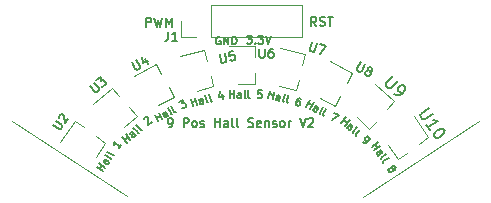
<source format=gbr>
G04 #@! TF.GenerationSoftware,KiCad,Pcbnew,(5.1.5)-3*
G04 #@! TF.CreationDate,2021-02-16T09:18:19-06:00*
G04 #@! TF.ProjectId,HallSensorSMD_9_Pos,48616c6c-5365-46e7-936f-72534d445f39,rev?*
G04 #@! TF.SameCoordinates,Original*
G04 #@! TF.FileFunction,Legend,Top*
G04 #@! TF.FilePolarity,Positive*
%FSLAX46Y46*%
G04 Gerber Fmt 4.6, Leading zero omitted, Abs format (unit mm)*
G04 Created by KiCad (PCBNEW (5.1.5)-3) date 2021-02-16 09:18:19*
%MOMM*%
%LPD*%
G04 APERTURE LIST*
%ADD10C,0.120000*%
%ADD11C,0.139700*%
%ADD12C,0.133350*%
%ADD13C,0.150000*%
%ADD14C,0.127000*%
G04 APERTURE END LIST*
D10*
X119950000Y-63100000D02*
X110250000Y-56750000D01*
X139900000Y-63200000D02*
X149750000Y-56750000D01*
D11*
X123469400Y-57240714D02*
X123614542Y-57240714D01*
X123687114Y-57204428D01*
X123723400Y-57168142D01*
X123795971Y-57059285D01*
X123832257Y-56914142D01*
X123832257Y-56623857D01*
X123795971Y-56551285D01*
X123759685Y-56515000D01*
X123687114Y-56478714D01*
X123541971Y-56478714D01*
X123469400Y-56515000D01*
X123433114Y-56551285D01*
X123396828Y-56623857D01*
X123396828Y-56805285D01*
X123433114Y-56877857D01*
X123469400Y-56914142D01*
X123541971Y-56950428D01*
X123687114Y-56950428D01*
X123759685Y-56914142D01*
X123795971Y-56877857D01*
X123832257Y-56805285D01*
X124739400Y-57240714D02*
X124739400Y-56478714D01*
X125029685Y-56478714D01*
X125102257Y-56515000D01*
X125138542Y-56551285D01*
X125174828Y-56623857D01*
X125174828Y-56732714D01*
X125138542Y-56805285D01*
X125102257Y-56841571D01*
X125029685Y-56877857D01*
X124739400Y-56877857D01*
X125610257Y-57240714D02*
X125537685Y-57204428D01*
X125501400Y-57168142D01*
X125465114Y-57095571D01*
X125465114Y-56877857D01*
X125501400Y-56805285D01*
X125537685Y-56769000D01*
X125610257Y-56732714D01*
X125719114Y-56732714D01*
X125791685Y-56769000D01*
X125827971Y-56805285D01*
X125864257Y-56877857D01*
X125864257Y-57095571D01*
X125827971Y-57168142D01*
X125791685Y-57204428D01*
X125719114Y-57240714D01*
X125610257Y-57240714D01*
X126154542Y-57204428D02*
X126227114Y-57240714D01*
X126372257Y-57240714D01*
X126444828Y-57204428D01*
X126481114Y-57131857D01*
X126481114Y-57095571D01*
X126444828Y-57023000D01*
X126372257Y-56986714D01*
X126263400Y-56986714D01*
X126190828Y-56950428D01*
X126154542Y-56877857D01*
X126154542Y-56841571D01*
X126190828Y-56769000D01*
X126263400Y-56732714D01*
X126372257Y-56732714D01*
X126444828Y-56769000D01*
X127388257Y-57240714D02*
X127388257Y-56478714D01*
X127388257Y-56841571D02*
X127823685Y-56841571D01*
X127823685Y-57240714D02*
X127823685Y-56478714D01*
X128513114Y-57240714D02*
X128513114Y-56841571D01*
X128476828Y-56769000D01*
X128404257Y-56732714D01*
X128259114Y-56732714D01*
X128186542Y-56769000D01*
X128513114Y-57204428D02*
X128440542Y-57240714D01*
X128259114Y-57240714D01*
X128186542Y-57204428D01*
X128150257Y-57131857D01*
X128150257Y-57059285D01*
X128186542Y-56986714D01*
X128259114Y-56950428D01*
X128440542Y-56950428D01*
X128513114Y-56914142D01*
X128984828Y-57240714D02*
X128912257Y-57204428D01*
X128875971Y-57131857D01*
X128875971Y-56478714D01*
X129383971Y-57240714D02*
X129311400Y-57204428D01*
X129275114Y-57131857D01*
X129275114Y-56478714D01*
X130218542Y-57204428D02*
X130327400Y-57240714D01*
X130508828Y-57240714D01*
X130581400Y-57204428D01*
X130617685Y-57168142D01*
X130653971Y-57095571D01*
X130653971Y-57023000D01*
X130617685Y-56950428D01*
X130581400Y-56914142D01*
X130508828Y-56877857D01*
X130363685Y-56841571D01*
X130291114Y-56805285D01*
X130254828Y-56769000D01*
X130218542Y-56696428D01*
X130218542Y-56623857D01*
X130254828Y-56551285D01*
X130291114Y-56515000D01*
X130363685Y-56478714D01*
X130545114Y-56478714D01*
X130653971Y-56515000D01*
X131270828Y-57204428D02*
X131198257Y-57240714D01*
X131053114Y-57240714D01*
X130980542Y-57204428D01*
X130944257Y-57131857D01*
X130944257Y-56841571D01*
X130980542Y-56769000D01*
X131053114Y-56732714D01*
X131198257Y-56732714D01*
X131270828Y-56769000D01*
X131307114Y-56841571D01*
X131307114Y-56914142D01*
X130944257Y-56986714D01*
X131633685Y-56732714D02*
X131633685Y-57240714D01*
X131633685Y-56805285D02*
X131669971Y-56769000D01*
X131742542Y-56732714D01*
X131851400Y-56732714D01*
X131923971Y-56769000D01*
X131960257Y-56841571D01*
X131960257Y-57240714D01*
X132286828Y-57204428D02*
X132359400Y-57240714D01*
X132504542Y-57240714D01*
X132577114Y-57204428D01*
X132613400Y-57131857D01*
X132613400Y-57095571D01*
X132577114Y-57023000D01*
X132504542Y-56986714D01*
X132395685Y-56986714D01*
X132323114Y-56950428D01*
X132286828Y-56877857D01*
X132286828Y-56841571D01*
X132323114Y-56769000D01*
X132395685Y-56732714D01*
X132504542Y-56732714D01*
X132577114Y-56769000D01*
X133048828Y-57240714D02*
X132976257Y-57204428D01*
X132939971Y-57168142D01*
X132903685Y-57095571D01*
X132903685Y-56877857D01*
X132939971Y-56805285D01*
X132976257Y-56769000D01*
X133048828Y-56732714D01*
X133157685Y-56732714D01*
X133230257Y-56769000D01*
X133266542Y-56805285D01*
X133302828Y-56877857D01*
X133302828Y-57095571D01*
X133266542Y-57168142D01*
X133230257Y-57204428D01*
X133157685Y-57240714D01*
X133048828Y-57240714D01*
X133629400Y-57240714D02*
X133629400Y-56732714D01*
X133629400Y-56877857D02*
X133665685Y-56805285D01*
X133701971Y-56769000D01*
X133774542Y-56732714D01*
X133847114Y-56732714D01*
X134572828Y-56478714D02*
X134826828Y-57240714D01*
X135080828Y-56478714D01*
X135298542Y-56551285D02*
X135334828Y-56515000D01*
X135407400Y-56478714D01*
X135588828Y-56478714D01*
X135661400Y-56515000D01*
X135697685Y-56551285D01*
X135733971Y-56623857D01*
X135733971Y-56696428D01*
X135697685Y-56805285D01*
X135262257Y-57240714D01*
X135733971Y-57240714D01*
D12*
X127846838Y-49619800D02*
X127783942Y-49588352D01*
X127689600Y-49588352D01*
X127595257Y-49619800D01*
X127532361Y-49682695D01*
X127500914Y-49745590D01*
X127469466Y-49871380D01*
X127469466Y-49965723D01*
X127500914Y-50091514D01*
X127532361Y-50154409D01*
X127595257Y-50217304D01*
X127689600Y-50248752D01*
X127752495Y-50248752D01*
X127846838Y-50217304D01*
X127878285Y-50185857D01*
X127878285Y-49965723D01*
X127752495Y-49965723D01*
X128161314Y-50248752D02*
X128161314Y-49588352D01*
X128538685Y-50248752D01*
X128538685Y-49588352D01*
X128853161Y-50248752D02*
X128853161Y-49588352D01*
X129010400Y-49588352D01*
X129104742Y-49619800D01*
X129167638Y-49682695D01*
X129199085Y-49745590D01*
X129230533Y-49871380D01*
X129230533Y-49965723D01*
X129199085Y-50091514D01*
X129167638Y-50154409D01*
X129104742Y-50217304D01*
X129010400Y-50248752D01*
X128853161Y-50248752D01*
X130087628Y-49499442D02*
X130512171Y-49499442D01*
X130283571Y-49760700D01*
X130381542Y-49760700D01*
X130446857Y-49793357D01*
X130479514Y-49826014D01*
X130512171Y-49891328D01*
X130512171Y-50054614D01*
X130479514Y-50119928D01*
X130446857Y-50152585D01*
X130381542Y-50185242D01*
X130185600Y-50185242D01*
X130120285Y-50152585D01*
X130087628Y-50119928D01*
X130806085Y-50119928D02*
X130838742Y-50152585D01*
X130806085Y-50185242D01*
X130773428Y-50152585D01*
X130806085Y-50119928D01*
X130806085Y-50185242D01*
X131067342Y-49499442D02*
X131491885Y-49499442D01*
X131263285Y-49760700D01*
X131361257Y-49760700D01*
X131426571Y-49793357D01*
X131459228Y-49826014D01*
X131491885Y-49891328D01*
X131491885Y-50054614D01*
X131459228Y-50119928D01*
X131426571Y-50152585D01*
X131361257Y-50185242D01*
X131165314Y-50185242D01*
X131100000Y-50152585D01*
X131067342Y-50119928D01*
X131687828Y-49499442D02*
X131916428Y-50185242D01*
X132145028Y-49499442D01*
D11*
X135993414Y-48668214D02*
X135739414Y-48305357D01*
X135557985Y-48668214D02*
X135557985Y-47906214D01*
X135848271Y-47906214D01*
X135920842Y-47942500D01*
X135957128Y-47978785D01*
X135993414Y-48051357D01*
X135993414Y-48160214D01*
X135957128Y-48232785D01*
X135920842Y-48269071D01*
X135848271Y-48305357D01*
X135557985Y-48305357D01*
X136283700Y-48631928D02*
X136392557Y-48668214D01*
X136573985Y-48668214D01*
X136646557Y-48631928D01*
X136682842Y-48595642D01*
X136719128Y-48523071D01*
X136719128Y-48450500D01*
X136682842Y-48377928D01*
X136646557Y-48341642D01*
X136573985Y-48305357D01*
X136428842Y-48269071D01*
X136356271Y-48232785D01*
X136319985Y-48196500D01*
X136283700Y-48123928D01*
X136283700Y-48051357D01*
X136319985Y-47978785D01*
X136356271Y-47942500D01*
X136428842Y-47906214D01*
X136610271Y-47906214D01*
X136719128Y-47942500D01*
X136936842Y-47906214D02*
X137372271Y-47906214D01*
X137154557Y-48668214D02*
X137154557Y-47906214D01*
X121586171Y-48731714D02*
X121586171Y-47969714D01*
X121876457Y-47969714D01*
X121949028Y-48006000D01*
X121985314Y-48042285D01*
X122021600Y-48114857D01*
X122021600Y-48223714D01*
X121985314Y-48296285D01*
X121949028Y-48332571D01*
X121876457Y-48368857D01*
X121586171Y-48368857D01*
X122275600Y-47969714D02*
X122457028Y-48731714D01*
X122602171Y-48187428D01*
X122747314Y-48731714D01*
X122928742Y-47969714D01*
X123219028Y-48731714D02*
X123219028Y-47969714D01*
X123473028Y-48514000D01*
X123727028Y-47969714D01*
X123727028Y-48731714D01*
D10*
X142866658Y-59928806D02*
X142029236Y-58732844D01*
X145455178Y-58116305D02*
X144216253Y-56346936D01*
X145455178Y-58116305D02*
X144693367Y-58649731D01*
X142866658Y-59928806D02*
X143628469Y-59395380D01*
X140477564Y-57382708D02*
X139392572Y-56405777D01*
X142592016Y-55034370D02*
X140986824Y-53589048D01*
X142592016Y-55034370D02*
X141969725Y-55725495D01*
X140477564Y-57382708D02*
X141099855Y-56691583D01*
X134768900Y-49580000D02*
X134768900Y-46920000D01*
X127088900Y-49580000D02*
X134768900Y-49580000D01*
X127088900Y-46920000D02*
X134768900Y-46920000D01*
X127088900Y-49580000D02*
X127088900Y-46920000D01*
X125818900Y-49580000D02*
X124488900Y-49580000D01*
X124488900Y-49580000D02*
X124488900Y-48250000D01*
X118125678Y-58551295D02*
X117288257Y-59747257D01*
X115537158Y-56738794D02*
X114298233Y-58508162D01*
X115537158Y-56738794D02*
X116298969Y-57272220D01*
X118125678Y-58551295D02*
X117363867Y-58017869D01*
X120770153Y-56283836D02*
X120160018Y-55581956D01*
X118697006Y-53898954D02*
X119307141Y-54600834D01*
X118697006Y-53898954D02*
X117066833Y-55316042D01*
X120770153Y-56283836D02*
X119668277Y-57241682D01*
X123902805Y-54698259D02*
X122613702Y-55383687D01*
X122419275Y-51908144D02*
X120512108Y-52922203D01*
X122419275Y-51908144D02*
X122855884Y-52729286D01*
X123902805Y-54698259D02*
X123466197Y-53877118D01*
X127269661Y-53799207D02*
X125853030Y-54152413D01*
X126505188Y-50733072D02*
X124409349Y-51255623D01*
X126505188Y-50733072D02*
X126730176Y-51635447D01*
X127269661Y-53799207D02*
X127044674Y-52896832D01*
X130770000Y-53570000D02*
X130770000Y-52640000D01*
X130770000Y-50410000D02*
X130770000Y-51340000D01*
X130770000Y-50410000D02*
X128610000Y-50410000D01*
X130770000Y-53570000D02*
X129310000Y-53570000D01*
X134265188Y-54136928D02*
X134490176Y-53234553D01*
X135029661Y-51070793D02*
X134804674Y-51973168D01*
X135029661Y-51070793D02*
X132933823Y-50548242D01*
X134265188Y-54136928D02*
X132848556Y-53783722D01*
X137559275Y-55441856D02*
X136270172Y-54756427D01*
X139042805Y-52651741D02*
X137135638Y-51637683D01*
X139042805Y-52651741D02*
X138606197Y-53472882D01*
X137559275Y-55441856D02*
X137995884Y-54620714D01*
D13*
X145511321Y-55637769D02*
X144848197Y-56102093D01*
X144797496Y-56195726D01*
X144785802Y-56262047D01*
X144801421Y-56367374D01*
X144910674Y-56523403D01*
X145004307Y-56574105D01*
X145070628Y-56585799D01*
X145175955Y-56570180D01*
X145839078Y-56105856D01*
X145593503Y-57498584D02*
X145265745Y-57030497D01*
X145429624Y-57264541D02*
X146248776Y-56690964D01*
X146077128Y-56694889D01*
X145944487Y-56671501D01*
X145850854Y-56620800D01*
X146767726Y-57432102D02*
X146822352Y-57510116D01*
X146837971Y-57615444D01*
X146826277Y-57681764D01*
X146775576Y-57775398D01*
X146646860Y-57923658D01*
X146451824Y-58060224D01*
X146268482Y-58130469D01*
X146163154Y-58146088D01*
X146096834Y-58134394D01*
X146003200Y-58083693D01*
X145948574Y-58005678D01*
X145932955Y-57900351D01*
X145944649Y-57834030D01*
X145995350Y-57740397D01*
X146124066Y-57592137D01*
X146319102Y-57455571D01*
X146502444Y-57385326D01*
X146607772Y-57369707D01*
X146674092Y-57381401D01*
X146767726Y-57432102D01*
D14*
X140670007Y-58896460D02*
X141190168Y-58532239D01*
X140942472Y-58705678D02*
X141150598Y-59002913D01*
X140878133Y-59193695D02*
X141398294Y-58829474D01*
X141207666Y-59664318D02*
X141480132Y-59473535D01*
X141512327Y-59414078D01*
X141502409Y-59347195D01*
X141433034Y-59248116D01*
X141373576Y-59215921D01*
X141232436Y-59646974D02*
X141172979Y-59614778D01*
X141086259Y-59490930D01*
X141076341Y-59424047D01*
X141108536Y-59364590D01*
X141158076Y-59329902D01*
X141224959Y-59319984D01*
X141284416Y-59352180D01*
X141371135Y-59476028D01*
X141430593Y-59508223D01*
X141433136Y-59986322D02*
X141423218Y-59919439D01*
X141455414Y-59859982D01*
X141901266Y-59547793D01*
X141623919Y-60258788D02*
X141614001Y-60191905D01*
X141646196Y-60132448D01*
X142092049Y-59820258D01*
X142389438Y-60719441D02*
X142379520Y-60652558D01*
X142386946Y-60610444D01*
X142419141Y-60550987D01*
X142443911Y-60533643D01*
X142510794Y-60523725D01*
X142552907Y-60531151D01*
X142612365Y-60563346D01*
X142681740Y-60662424D01*
X142691658Y-60729307D01*
X142684232Y-60771421D01*
X142652037Y-60830878D01*
X142627267Y-60848222D01*
X142560384Y-60858140D01*
X142518271Y-60850714D01*
X142458814Y-60818519D01*
X142389438Y-60719441D01*
X142329981Y-60687245D01*
X142287867Y-60679820D01*
X142220984Y-60689738D01*
X142121906Y-60759113D01*
X142089711Y-60818571D01*
X142082285Y-60860684D01*
X142092203Y-60927567D01*
X142161578Y-61026645D01*
X142221036Y-61058841D01*
X142263149Y-61066267D01*
X142330032Y-61056348D01*
X142429111Y-60986973D01*
X142461306Y-60927516D01*
X142468732Y-60885402D01*
X142458814Y-60818519D01*
D13*
X142443050Y-52925363D02*
X141901372Y-53526957D01*
X141873034Y-53629596D01*
X141876558Y-53696847D01*
X141915470Y-53795962D01*
X142057022Y-53923415D01*
X142159661Y-53951754D01*
X142226912Y-53948230D01*
X142326027Y-53909317D01*
X142867704Y-53307724D01*
X142587840Y-54401366D02*
X142729391Y-54528819D01*
X142832030Y-54557158D01*
X142899281Y-54553633D01*
X143065647Y-54511197D01*
X143228488Y-54401509D01*
X143483395Y-54118406D01*
X143511734Y-54015767D01*
X143508210Y-53948516D01*
X143469297Y-53849401D01*
X143327746Y-53721947D01*
X143225107Y-53693609D01*
X143157856Y-53697133D01*
X143058741Y-53736045D01*
X142899424Y-53912985D01*
X142871085Y-54015624D01*
X142874610Y-54082875D01*
X142913522Y-54181990D01*
X143055073Y-54309443D01*
X143157713Y-54337782D01*
X143224964Y-54334257D01*
X143324078Y-54295345D01*
D14*
X138104985Y-56870960D02*
X138529883Y-56399063D01*
X138327550Y-56623776D02*
X138597206Y-56866574D01*
X138374640Y-57113759D02*
X138799538Y-56641862D01*
X138801594Y-57498190D02*
X139024160Y-57251006D01*
X139042155Y-57185830D01*
X139017446Y-57122892D01*
X138927561Y-57041959D01*
X138862385Y-57023964D01*
X138821828Y-57475719D02*
X138756652Y-57457724D01*
X138644295Y-57356557D01*
X138619586Y-57293620D01*
X138637581Y-57228444D01*
X138678048Y-57183501D01*
X138740986Y-57158792D01*
X138806161Y-57176787D01*
X138918518Y-57277953D01*
X138983694Y-57295948D01*
X139093721Y-57761222D02*
X139069012Y-57698284D01*
X139087007Y-57633109D01*
X139451205Y-57228625D01*
X139340905Y-57983788D02*
X139316196Y-57920850D01*
X139334191Y-57855674D01*
X139698389Y-57451191D01*
X139902687Y-58489619D02*
X139992572Y-58570551D01*
X140057748Y-58588547D01*
X140100453Y-58586309D01*
X140206095Y-58559361D01*
X140309499Y-58489709D01*
X140471365Y-58309939D01*
X140489360Y-58244763D01*
X140487122Y-58202059D01*
X140462413Y-58139121D01*
X140372528Y-58058188D01*
X140307352Y-58040193D01*
X140264648Y-58042431D01*
X140201710Y-58067140D01*
X140100544Y-58179497D01*
X140082548Y-58244672D01*
X140084786Y-58287377D01*
X140109496Y-58350315D01*
X140199381Y-58431248D01*
X140264557Y-58449243D01*
X140307261Y-58447005D01*
X140370199Y-58422295D01*
D11*
X123444000Y-49166214D02*
X123444000Y-49710500D01*
X123407714Y-49819357D01*
X123335142Y-49891928D01*
X123226285Y-49928214D01*
X123153714Y-49928214D01*
X124206000Y-49928214D02*
X123770571Y-49928214D01*
X123988285Y-49928214D02*
X123988285Y-49166214D01*
X123915714Y-49275071D01*
X123843142Y-49347642D01*
X123770571Y-49383928D01*
X113672797Y-57069890D02*
X114178097Y-57423704D01*
X114258356Y-57435606D01*
X114308893Y-57426695D01*
X114380241Y-57388061D01*
X114463492Y-57269167D01*
X114475394Y-57188907D01*
X114466483Y-57138371D01*
X114427848Y-57067022D01*
X113922549Y-56713207D01*
X114169309Y-56487321D02*
X114160398Y-56436785D01*
X114172300Y-56356525D01*
X114276363Y-56207908D01*
X114347712Y-56169273D01*
X114398248Y-56160362D01*
X114478508Y-56172264D01*
X114537955Y-56213889D01*
X114606313Y-56306051D01*
X114713243Y-56912484D01*
X114983808Y-56526079D01*
D14*
X117906889Y-60968554D02*
X117386727Y-60604333D01*
X117634423Y-60777772D02*
X117842550Y-60480537D01*
X118115015Y-60671319D02*
X117594854Y-60307098D01*
X118444549Y-60200697D02*
X118172083Y-60009914D01*
X118105200Y-59999996D01*
X118045743Y-60032191D01*
X117976367Y-60131270D01*
X117966449Y-60198153D01*
X118419779Y-60183353D02*
X118409861Y-60250236D01*
X118323142Y-60374084D01*
X118263684Y-60406279D01*
X118196801Y-60396361D01*
X118147262Y-60361673D01*
X118115067Y-60302216D01*
X118124985Y-60235333D01*
X118211704Y-60111485D01*
X118221622Y-60044602D01*
X118670019Y-59878692D02*
X118610561Y-59910887D01*
X118543678Y-59900969D01*
X118097826Y-59588780D01*
X118860801Y-59606226D02*
X118801344Y-59638422D01*
X118734461Y-59628504D01*
X118288608Y-59316314D01*
X119467836Y-58739290D02*
X119259710Y-59036526D01*
X119363773Y-58887908D02*
X118843612Y-58523687D01*
X118883233Y-58625258D01*
X118898084Y-58709485D01*
X118888166Y-58776368D01*
D11*
X116807925Y-53769185D02*
X117212619Y-54234733D01*
X117287616Y-54265698D01*
X117338806Y-54269277D01*
X117417382Y-54249052D01*
X117526923Y-54153829D01*
X117557888Y-54078833D01*
X117561467Y-54027642D01*
X117541241Y-53949066D01*
X117136547Y-53483518D01*
X117355628Y-53293074D02*
X117711635Y-52983601D01*
X117710384Y-53369322D01*
X117792539Y-53297905D01*
X117871115Y-53277679D01*
X117922306Y-53281259D01*
X117997302Y-53312223D01*
X118116330Y-53449149D01*
X118136556Y-53527725D01*
X118132976Y-53578916D01*
X118102012Y-53653912D01*
X117937701Y-53796746D01*
X117859125Y-53816972D01*
X117807934Y-53813392D01*
D14*
X119973075Y-58576363D02*
X119556477Y-58097122D01*
X119754857Y-58325332D02*
X120028709Y-58087276D01*
X120246926Y-58338307D02*
X119830329Y-57859066D01*
X120680525Y-57961385D02*
X120462307Y-57710355D01*
X120399810Y-57684551D01*
X120334330Y-57701406D01*
X120243047Y-57780758D01*
X120217243Y-57843255D01*
X120660687Y-57938564D02*
X120634883Y-58001061D01*
X120520778Y-58100251D01*
X120455298Y-58117106D01*
X120392801Y-58091302D01*
X120353125Y-58045660D01*
X120336270Y-57980180D01*
X120362074Y-57917683D01*
X120476179Y-57818494D01*
X120501983Y-57755997D01*
X120977198Y-57703492D02*
X120911718Y-57720347D01*
X120849221Y-57694543D01*
X120492137Y-57283765D01*
X121228229Y-57485274D02*
X121162749Y-57502129D01*
X121100252Y-57476325D01*
X120743168Y-57065547D01*
X121376190Y-56595402D02*
X121379173Y-56552743D01*
X121404977Y-56490246D01*
X121519081Y-56391056D01*
X121584561Y-56374201D01*
X121627220Y-56377184D01*
X121689717Y-56402988D01*
X121729393Y-56448630D01*
X121766086Y-56536931D01*
X121730290Y-57048839D01*
X122026963Y-56790945D01*
D11*
X120367735Y-51762951D02*
X120657331Y-52307603D01*
X120723440Y-52354645D01*
X120772514Y-52369648D01*
X120853625Y-52367616D01*
X120981779Y-52299476D01*
X121028821Y-52233367D01*
X121043824Y-52184294D01*
X121041792Y-52103182D01*
X120752195Y-51558530D01*
X121480170Y-51459131D02*
X121718662Y-51907668D01*
X121183697Y-51288000D02*
X121279032Y-51853751D01*
X121695531Y-51632294D01*
D14*
X122610450Y-56752724D02*
X122312335Y-56192053D01*
X122454295Y-56459039D02*
X122774678Y-56288688D01*
X122930834Y-56582373D02*
X122632719Y-56021702D01*
X123438108Y-56312651D02*
X123281953Y-56018966D01*
X123226862Y-55979764D01*
X123159269Y-55981457D01*
X123052474Y-56038241D01*
X123013273Y-56093332D01*
X123423912Y-56285952D02*
X123384711Y-56341043D01*
X123251217Y-56412022D01*
X123183624Y-56413715D01*
X123128534Y-56374514D01*
X123100142Y-56321117D01*
X123098449Y-56253523D01*
X123137650Y-56198433D01*
X123271143Y-56127453D01*
X123310345Y-56072363D01*
X123785190Y-56128104D02*
X123717597Y-56129797D01*
X123662507Y-56090595D01*
X123406980Y-55610020D01*
X124078876Y-55971948D02*
X124011282Y-55973642D01*
X123956192Y-55934440D01*
X123700665Y-55453865D01*
X124368132Y-55098966D02*
X124715214Y-54914419D01*
X124641891Y-55227380D01*
X124721987Y-55184792D01*
X124789580Y-55183099D01*
X124830475Y-55195602D01*
X124885565Y-55234803D01*
X124956545Y-55368296D01*
X124958238Y-55435890D01*
X124945735Y-55476784D01*
X124906534Y-55531875D01*
X124746342Y-55617050D01*
X124678749Y-55618744D01*
X124637854Y-55606241D01*
D11*
X127789265Y-51094372D02*
X127938496Y-51692906D01*
X127991261Y-51754543D01*
X128035247Y-51780973D01*
X128114441Y-51798624D01*
X128255272Y-51763511D01*
X128316910Y-51710746D01*
X128343339Y-51666760D01*
X128360991Y-51587566D01*
X128211759Y-50989032D01*
X128915917Y-50813466D02*
X128563838Y-50901249D01*
X128616413Y-51262106D01*
X128642843Y-51218120D01*
X128704480Y-51165355D01*
X128880520Y-51121464D01*
X128959714Y-51139115D01*
X129003700Y-51165545D01*
X129056465Y-51227182D01*
X129100356Y-51403222D01*
X129082705Y-51482416D01*
X129056275Y-51526402D01*
X128994638Y-51579166D01*
X128818598Y-51623058D01*
X128739404Y-51605407D01*
X128695418Y-51578977D01*
D14*
X125518674Y-55479996D02*
X125365054Y-54863859D01*
X125438206Y-55157258D02*
X125790285Y-55069475D01*
X125870753Y-55392213D02*
X125717132Y-54776076D01*
X126428211Y-55253223D02*
X126347743Y-54930485D01*
X126303773Y-54879120D01*
X126237778Y-54864411D01*
X126120418Y-54893672D01*
X126069053Y-54937642D01*
X126420896Y-55223884D02*
X126369531Y-55267854D01*
X126222832Y-55304430D01*
X126156837Y-55289721D01*
X126112866Y-55238356D01*
X126098236Y-55179677D01*
X126112945Y-55113682D01*
X126164310Y-55069711D01*
X126311009Y-55033135D01*
X126362374Y-54989164D01*
X126809629Y-55158125D02*
X126743634Y-55143416D01*
X126699664Y-55092051D01*
X126567989Y-54563933D01*
X127132368Y-55077657D02*
X127066373Y-55062948D01*
X127022403Y-55011583D01*
X126890728Y-54483465D01*
X127998171Y-54425495D02*
X128100585Y-54836254D01*
X127792950Y-54227352D02*
X127755979Y-54704027D01*
X128137398Y-54608929D01*
D11*
X131169428Y-50607714D02*
X131169428Y-51224571D01*
X131205714Y-51297142D01*
X131242000Y-51333428D01*
X131314571Y-51369714D01*
X131459714Y-51369714D01*
X131532285Y-51333428D01*
X131568571Y-51297142D01*
X131604857Y-51224571D01*
X131604857Y-50607714D01*
X132294285Y-50607714D02*
X132149142Y-50607714D01*
X132076571Y-50644000D01*
X132040285Y-50680285D01*
X131967714Y-50789142D01*
X131931428Y-50934285D01*
X131931428Y-51224571D01*
X131967714Y-51297142D01*
X132004000Y-51333428D01*
X132076571Y-51369714D01*
X132221714Y-51369714D01*
X132294285Y-51333428D01*
X132330571Y-51297142D01*
X132366857Y-51224571D01*
X132366857Y-51043142D01*
X132330571Y-50970571D01*
X132294285Y-50934285D01*
X132221714Y-50898000D01*
X132076571Y-50898000D01*
X132004000Y-50934285D01*
X131967714Y-50970571D01*
X131931428Y-51043142D01*
D14*
X128664404Y-54777261D02*
X128664404Y-54142261D01*
X128664404Y-54444642D02*
X129027261Y-54444642D01*
X129027261Y-54777261D02*
X129027261Y-54142261D01*
X129601785Y-54777261D02*
X129601785Y-54444642D01*
X129571547Y-54384166D01*
X129511071Y-54353928D01*
X129390119Y-54353928D01*
X129329642Y-54384166D01*
X129601785Y-54747023D02*
X129541309Y-54777261D01*
X129390119Y-54777261D01*
X129329642Y-54747023D01*
X129299404Y-54686547D01*
X129299404Y-54626071D01*
X129329642Y-54565595D01*
X129390119Y-54535357D01*
X129541309Y-54535357D01*
X129601785Y-54505119D01*
X129994880Y-54777261D02*
X129934404Y-54747023D01*
X129904166Y-54686547D01*
X129904166Y-54142261D01*
X130327500Y-54777261D02*
X130267023Y-54747023D01*
X130236785Y-54686547D01*
X130236785Y-54142261D01*
X131355595Y-54142261D02*
X131053214Y-54142261D01*
X131022976Y-54444642D01*
X131053214Y-54414404D01*
X131113690Y-54384166D01*
X131264880Y-54384166D01*
X131325357Y-54414404D01*
X131355595Y-54444642D01*
X131385833Y-54505119D01*
X131385833Y-54656309D01*
X131355595Y-54716785D01*
X131325357Y-54747023D01*
X131264880Y-54777261D01*
X131113690Y-54777261D01*
X131053214Y-54747023D01*
X131022976Y-54716785D01*
D11*
X135587624Y-50054656D02*
X135438393Y-50653190D01*
X135456044Y-50732384D01*
X135482474Y-50776370D01*
X135544111Y-50829135D01*
X135684943Y-50864248D01*
X135764137Y-50846597D01*
X135808123Y-50820167D01*
X135860887Y-50758530D01*
X136010119Y-50159996D01*
X136291782Y-50230222D02*
X136784692Y-50353119D01*
X136283476Y-51013479D01*
D14*
X131930074Y-54798939D02*
X132083695Y-54182801D01*
X132010542Y-54476200D02*
X132362621Y-54563983D01*
X132282153Y-54886722D02*
X132435773Y-54270584D01*
X132839611Y-55025712D02*
X132920079Y-54702973D01*
X132905369Y-54636978D01*
X132854005Y-54593007D01*
X132736645Y-54563746D01*
X132670650Y-54578456D01*
X132846926Y-54996372D02*
X132780931Y-55011081D01*
X132634232Y-54974505D01*
X132582867Y-54930534D01*
X132568158Y-54864539D01*
X132582788Y-54805859D01*
X132626759Y-54754495D01*
X132692754Y-54739786D01*
X132839453Y-54776362D01*
X132905448Y-54761652D01*
X133221030Y-55120810D02*
X133169665Y-55076839D01*
X133154956Y-55010844D01*
X133286630Y-54482726D01*
X133543768Y-55201278D02*
X133492404Y-55157307D01*
X133477695Y-55091312D01*
X133609369Y-54563194D01*
X134665605Y-54826543D02*
X134548246Y-54797282D01*
X134482251Y-54811992D01*
X134445596Y-54834016D01*
X134364970Y-54907406D01*
X134306369Y-55017450D01*
X134247847Y-55252169D01*
X134262556Y-55318164D01*
X134284581Y-55354819D01*
X134335946Y-55398790D01*
X134453305Y-55428051D01*
X134519300Y-55413341D01*
X134555955Y-55391317D01*
X134599926Y-55339952D01*
X134636502Y-55193253D01*
X134621793Y-55127258D01*
X134599768Y-55090602D01*
X134548404Y-55046632D01*
X134431044Y-55017371D01*
X134365049Y-55032080D01*
X134328394Y-55054105D01*
X134284423Y-55105470D01*
D11*
X139733289Y-51733996D02*
X139443692Y-52278649D01*
X139441660Y-52359761D01*
X139456664Y-52408834D01*
X139503705Y-52474943D01*
X139631859Y-52543083D01*
X139712971Y-52545115D01*
X139762044Y-52530112D01*
X139828153Y-52483070D01*
X140117750Y-51938418D01*
X140380933Y-52448220D02*
X140333891Y-52382111D01*
X140318888Y-52333037D01*
X140320920Y-52251926D01*
X140337955Y-52219887D01*
X140404063Y-52172846D01*
X140453137Y-52157842D01*
X140534249Y-52159874D01*
X140662402Y-52228015D01*
X140709444Y-52294123D01*
X140724447Y-52343197D01*
X140722415Y-52424309D01*
X140705380Y-52456347D01*
X140639272Y-52503389D01*
X140590198Y-52518392D01*
X140509086Y-52516360D01*
X140380933Y-52448220D01*
X140299821Y-52446188D01*
X140250747Y-52461191D01*
X140184639Y-52508233D01*
X140116498Y-52636386D01*
X140114466Y-52717498D01*
X140129470Y-52766572D01*
X140176511Y-52832680D01*
X140304665Y-52900821D01*
X140385777Y-52902852D01*
X140434850Y-52887849D01*
X140500959Y-52840807D01*
X140569099Y-52712654D01*
X140571131Y-52631542D01*
X140556128Y-52582469D01*
X140509086Y-52516360D01*
D14*
X135133369Y-55519287D02*
X135431484Y-54958615D01*
X135289524Y-55225602D02*
X135609908Y-55395953D01*
X135453753Y-55689638D02*
X135751867Y-55128966D01*
X135961027Y-55959361D02*
X136117183Y-55665676D01*
X136118876Y-55598082D01*
X136079674Y-55542992D01*
X135972880Y-55486208D01*
X135905287Y-55484515D01*
X135975223Y-55932662D02*
X135907630Y-55930969D01*
X135774137Y-55859989D01*
X135734935Y-55804899D01*
X135736629Y-55737305D01*
X135765020Y-55683908D01*
X135820111Y-55644707D01*
X135887704Y-55646400D01*
X136021197Y-55717380D01*
X136088791Y-55719073D01*
X136308110Y-56143908D02*
X136268908Y-56088817D01*
X136270602Y-56021224D01*
X136526128Y-55540648D01*
X136601795Y-56300063D02*
X136562594Y-56244972D01*
X136564287Y-56177379D01*
X136819814Y-55696803D01*
X137487280Y-56051702D02*
X137861061Y-56250445D01*
X137322659Y-56683353D01*
M02*

</source>
